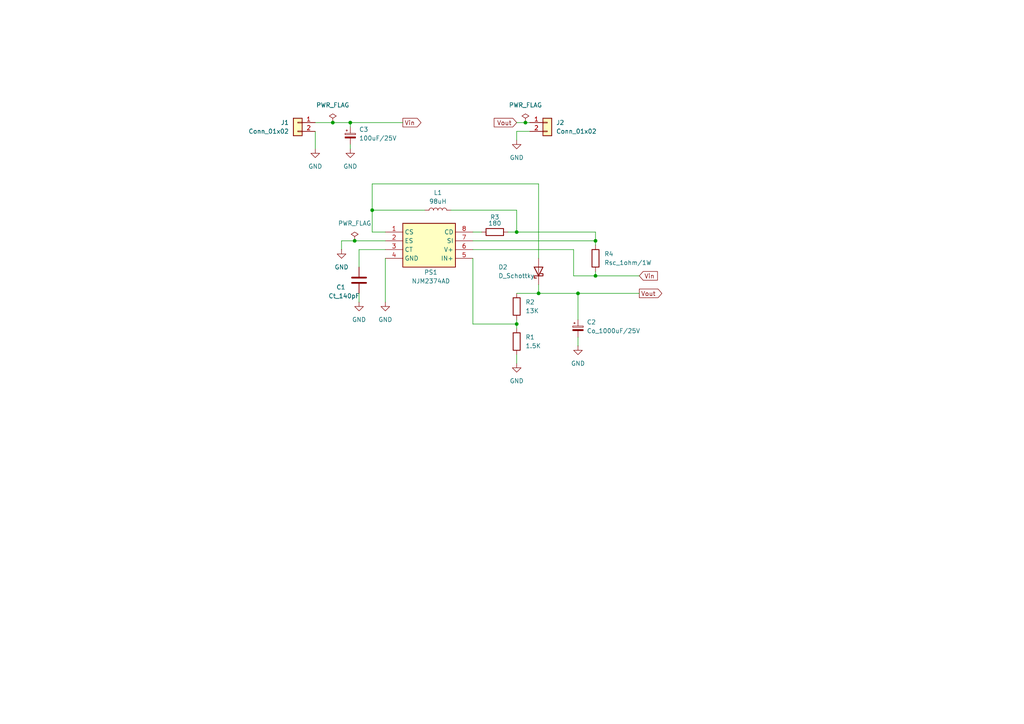
<source format=kicad_sch>
(kicad_sch (version 20231120) (generator "eeschema") (generator_version "8.0")
  (paper "A4")
  (lib_symbols
    (symbol "Connector_Generic:Conn_01x02" (pin_names (offset 1.016) hide)
      (property "Reference" "J" (at 0 2.54 0))
      (property "Value" "Conn_01x02" (at 0 -5.08 0))
      (symbol "Conn_01x02_1_1"
        (rectangle (start -1.27 -2.413) (end 0 -2.667) (stroke (width 0.1524)))
        (rectangle (start -1.27 0.127) (end 0 -0.127) (stroke (width 0.1524)))
        (rectangle (start -1.27 1.27) (end 1.27 -3.81) (stroke (width 0.254)) (fill (type background)))
        (pin passive line (at -5.08 0 0) (length 3.81) (name "Pin_1") (number "1"))
        (pin passive line (at -5.08 -2.54 0) (length 3.81) (name "Pin_2") (number "2"))
      )
    )
    (symbol "Device:C" (pin_numbers hide) (pin_names (offset 0.254))
      (property "Reference" "C" (at 0.635 2.54 0))
      (property "Value" "C" (at 0.635 -2.54 0))
      (symbol "C_0_1"
        (polyline (pts (xy -2.032 -0.762) (xy 2.032 -0.762)) (stroke (width 0.508)))
        (polyline (pts (xy -2.032 0.762) (xy 2.032 0.762)) (stroke (width 0.508)))
      )
      (symbol "C_1_1"
        (pin passive line (at 0 3.81 270) (length 2.794) (name "~") (number "1"))
        (pin passive line (at 0 -3.81 90) (length 2.794) (name "~") (number "2"))
      )
    )
    (symbol "Device:C_Polarized_Small" (pin_numbers hide) (pin_names (offset 0.254) hide)
      (property "Reference" "C" (at 0.254 1.778 0))
      (property "Value" "C_Polarized_Small" (at 0.254 -2.032 0))
      (symbol "C_Polarized_Small_0_1"
        (rectangle (start -1.524 -0.3048) (end 1.524 -0.6858) (fill (type outline)))
        (rectangle (start -1.524 0.6858) (end 1.524 0.3048))
        (polyline (pts (xy -1.27 1.524) (xy -0.762 1.524)))
        (polyline (pts (xy -1.016 1.27) (xy -1.016 1.778)))
      )
      (symbol "C_Polarized_Small_1_1"
        (pin passive line (at 0 2.54 270) (length 1.8542) (name "~") (number "1"))
        (pin passive line (at 0 -2.54 90) (length 1.8542) (name "~") (number "2"))
      )
    )
    (symbol "Device:D_Schottky" (pin_numbers hide) (pin_names (offset 1.016) hide)
      (property "Reference" "D" (at 0 2.54 0))
      (property "Value" "D_Schottky" (at 0 -2.54 0))
      (symbol "D_Schottky_0_1"
        (polyline (pts (xy 1.27 0) (xy -1.27 0)))
        (polyline (pts (xy 1.27 1.27) (xy 1.27 -1.27) (xy -1.27 0) (xy 1.27 1.27)) (stroke (width 0.254)))
        (polyline (pts (xy -1.905 0.635) (xy -1.905 1.27) (xy -1.27 1.27) (xy -1.27 -1.27) (xy -0.635 -1.27) (xy -0.635 -0.635)) (stroke (width 0.254)))
      )
      (symbol "D_Schottky_1_1"
        (pin passive line (at -3.81 0 0) (length 2.54) (name "K") (number "1"))
        (pin passive line (at 3.81 0 180) (length 2.54) (name "A") (number "2"))
      )
    )
    (symbol "Device:L" (pin_numbers hide) (pin_names (offset 1.016) hide)
      (property "Reference" "L" (at -1.27 0 90))
      (property "Value" "L" (at 1.905 0 90))
      (symbol "L_0_1"
        (arc (start 0 -2.54) (mid 0.6323 -1.905) (end 0 -1.27))
        (arc (start 0 -1.27) (mid 0.6323 -0.635) (end 0 0))
        (arc (start 0 0) (mid 0.6323 0.635) (end 0 1.27))
        (arc (start 0 1.27) (mid 0.6323 1.905) (end 0 2.54))
      )
      (symbol "L_1_1"
        (pin passive line (at 0 3.81 270) (length 1.27) (name "1") (number "1"))
        (pin passive line (at 0 -3.81 90) (length 1.27) (name "2") (number "2"))
      )
    )
    (symbol "Device:R" (pin_numbers hide) (pin_names (offset 0))
      (property "Reference" "R" (at 2.032 0 90))
      (property "Value" "R" (at 0 0 90))
      (symbol "R_0_1"
        (rectangle (start -1.016 -2.54) (end 1.016 2.54) (stroke (width 0.254)))
      )
      (symbol "R_1_1"
        (pin passive line (at 0 3.81 270) (length 1.27) (name "~") (number "1"))
        (pin passive line (at 0 -3.81 90) (length 1.27) (name "~") (number "2"))
      )
    )
    (symbol "SamacSys_Parts:NJM2374AD"
      (property "Reference" "PS" (at 21.59 7.62 0))
      (property "Value" "NJM2374AD" (at 21.59 5.08 0))
      (symbol "NJM2374AD_1_1"
        (rectangle (start 5.08 2.54) (end 20.32 -10.16) (stroke (width 0.254)) (fill (type background)))
        (pin passive line (at 0 0 0) (length 5.08) (name "CS") (number "1"))
        (pin passive line (at 0 -2.54 0) (length 5.08) (name "ES") (number "2"))
        (pin passive line (at 0 -5.08 0) (length 5.08) (name "CT") (number "3"))
        (pin power_in line (at 0 -7.62 0) (length 5.08) (name "GND") (number "4"))
        (pin passive line (at 25.4 -7.62 180) (length 5.08) (name "IN+") (number "5"))
        (pin power_in line (at 25.4 -5.08 180) (length 5.08) (name "V+") (number "6"))
        (pin passive line (at 25.4 -2.54 180) (length 5.08) (name "SI") (number "7"))
        (pin passive line (at 25.4 0 180) (length 5.08) (name "CD") (number "8"))
      )
    )
    (symbol "power:GND" (power) (pin_numbers hide) (pin_names (offset 0) hide)
      (property "Value" "GND" (at 0 -3.81 0))
      (symbol "GND_0_1"
        (polyline (pts (xy 0 0) (xy 0 -1.27) (xy 1.27 -1.27) (xy 0 -2.54) (xy -1.27 -1.27) (xy 0 -1.27)))
      )
      (symbol "GND_1_1"
        (pin power_in line (at 0 0 270) (length 0) (name "~") (number "1"))
      )
    )
    (symbol "power:PWR_FLAG" (power) (pin_numbers hide) (pin_names (offset 0) hide)
      (property "Value" "PWR_FLAG" (at 0 3.81 0))
      (symbol "PWR_FLAG_0_0"
        (pin power_out line (at 0 0 90) (length 0) (name "~") (number "1"))
      )
      (symbol "PWR_FLAG_0_1"
        (polyline (pts (xy 0 0) (xy 0 1.27) (xy -1.016 1.905) (xy 0 2.54) (xy 1.016 1.905) (xy 0 1.27)))
      )
    )
  )
  (junction (at 167.64 85.09))
  (junction (at 96.52 35.56))
  (junction (at 172.72 80.01))
  (junction (at 149.86 67.31))
  (junction (at 102.87 69.85))
  (junction (at 156.21 85.09))
  (junction (at 107.95 60.96))
  (junction (at 149.86 93.98))
  (junction (at 101.6 35.56))
  (junction (at 172.72 69.85))
  (junction (at 152.4 35.56))
  (wire (pts (xy 130.81 60.96) (xy 149.86 60.96)))
  (wire (pts (xy 172.72 69.85) (xy 137.16 69.85)))
  (wire (pts (xy 167.64 85.09) (xy 167.64 92.71)))
  (wire (pts (xy 91.44 35.56) (xy 96.52 35.56)))
  (wire (pts (xy 172.72 78.74) (xy 172.72 80.01)))
  (wire (pts (xy 104.14 85.09) (xy 104.14 87.63)))
  (wire (pts (xy 91.44 38.1) (xy 91.44 43.18)))
  (wire (pts (xy 104.14 72.39) (xy 104.14 77.47)))
  (wire (pts (xy 147.32 67.31) (xy 149.86 67.31)))
  (wire (pts (xy 123.19 60.96) (xy 107.95 60.96)))
  (wire (pts (xy 149.86 38.1) (xy 149.86 40.64)))
  (wire (pts (xy 111.76 72.39) (xy 104.14 72.39)))
  (wire (pts (xy 111.76 69.85) (xy 102.87 69.85)))
  (wire (pts (xy 107.95 60.96) (xy 107.95 67.31)))
  (wire (pts (xy 166.37 72.39) (xy 166.37 80.01)))
  (wire (pts (xy 153.67 38.1) (xy 149.86 38.1)))
  (wire (pts (xy 156.21 53.34) (xy 107.95 53.34)))
  (wire (pts (xy 149.86 85.09) (xy 156.21 85.09)))
  (wire (pts (xy 139.7 67.31) (xy 137.16 67.31)))
  (wire (pts (xy 167.64 97.79) (xy 167.64 100.33)))
  (wire (pts (xy 149.86 92.71) (xy 149.86 93.98)))
  (wire (pts (xy 166.37 80.01) (xy 172.72 80.01)))
  (wire (pts (xy 152.4 35.56) (xy 153.67 35.56)))
  (wire (pts (xy 172.72 71.12) (xy 172.72 69.85)))
  (wire (pts (xy 172.72 69.85) (xy 172.72 67.31)))
  (wire (pts (xy 172.72 80.01) (xy 185.42 80.01)))
  (wire (pts (xy 101.6 36.83) (xy 101.6 35.56)))
  (wire (pts (xy 156.21 82.55) (xy 156.21 85.09)))
  (wire (pts (xy 101.6 35.56) (xy 116.84 35.56)))
  (wire (pts (xy 107.95 67.31) (xy 111.76 67.31)))
  (wire (pts (xy 137.16 93.98) (xy 149.86 93.98)))
  (wire (pts (xy 149.86 67.31) (xy 149.86 60.96)))
  (wire (pts (xy 156.21 74.93) (xy 156.21 53.34)))
  (wire (pts (xy 137.16 72.39) (xy 166.37 72.39)))
  (wire (pts (xy 99.06 69.85) (xy 99.06 72.39)))
  (wire (pts (xy 167.64 85.09) (xy 185.42 85.09)))
  (wire (pts (xy 156.21 85.09) (xy 167.64 85.09)))
  (wire (pts (xy 111.76 74.93) (xy 111.76 87.63)))
  (wire (pts (xy 107.95 53.34) (xy 107.95 60.96)))
  (wire (pts (xy 149.86 102.87) (xy 149.86 105.41)))
  (wire (pts (xy 96.52 35.56) (xy 101.6 35.56)))
  (wire (pts (xy 149.86 93.98) (xy 149.86 95.25)))
  (wire (pts (xy 172.72 67.31) (xy 149.86 67.31)))
  (wire (pts (xy 102.87 69.85) (xy 99.06 69.85)))
  (wire (pts (xy 137.16 93.98) (xy 137.16 74.93)))
  (wire (pts (xy 149.86 35.56) (xy 152.4 35.56)))
  (wire (pts (xy 101.6 41.91) (xy 101.6 43.18)))
  (global_label "Vout" (shape output) (at 185.42 85.09 0) (property "Intersheetrefs" "${INTERSHEET_REFS}" (effects (hide yes))))
  (global_label "Vin" (shape input) (at 185.42 80.01 0) (property "Intersheetrefs" "${INTERSHEET_REFS}" (effects (hide yes))))
  (global_label "Vout" (shape input) (at 149.86 35.56 180) (property "Intersheetrefs" "${INTERSHEET_REFS}" (effects (hide yes))))
  (global_label "Vin" (shape output) (at 116.84 35.56 0) (property "Intersheetrefs" "${INTERSHEET_REFS}" (effects (hide yes))))
  (symbol (lib_id "Device:C") (at 104.14 81.28 180) (unit 1)
    (property "Reference" "C1" (at 97.536 83.312 0) (effects (justify right)))
    (property "Value" "Ct_140pF" (at 95.25 85.852 0) (effects (justify right)))
    (property "Footprint" "Capacitor_THT:C_Disc_D7.5mm_W2.5mm_P5.00mm" (effects (hide yes)))
    (property "Description" "Unpolarized capacitor" (effects (hide yes)))
  )
  (symbol (lib_id "power:GND") (at 99.06 72.39 0) (unit 1)
    (property "Reference" "#PWR01" (effects (hide yes)))
    (property "Value" "GND" (at 99.06 77.47 0))
    (property "Description" "Power symbol creates a global label with name \"GND\" , ground" (effects (hide yes)))
  )
  (symbol (lib_id "power:PWR_FLAG") (at 96.52 35.56 0) (unit 1)
    (property "Reference" "#FLG03" (effects (hide yes)))
    (property "Value" "PWR_FLAG" (at 96.52 30.48 0))
    (property "Description" "Special symbol for telling ERC where power comes from" (effects (hide yes)))
  )
  (symbol (lib_id "Device:R") (at 143.51 67.31 90) (unit 1)
    (property "Reference" "R3" (at 143.51 62.992 90))
    (property "Value" "180" (at 143.51 64.77 90))
    (property "Footprint" "Resistor_THT:R_Axial_DIN0207_L6.3mm_D2.5mm_P10.16mm_Horizontal" (effects (hide yes)))
    (property "Description" "Resistor" (effects (hide yes)))
  )
  (symbol (lib_id "Connector_Generic:Conn_01x02") (at 86.36 35.56 0) (mirror y) (unit 1)
    (property "Reference" "J1" (at 83.82 35.5599 0) (effects (justify left)))
    (property "Value" "Conn_01x02" (at 83.82 38.0999 0) (effects (justify left)))
    (property "Footprint" "Connector_PinHeader_2.54mm:PinHeader_1x02_P2.54mm_Vertical" (effects (hide yes)))
    (property "Description" "Generic connector, single row, 01x02, script generated (kicad-library-utils/schlib/autogen/connector/)" (effects (hide yes)))
  )
  (symbol (lib_id "Device:C_Polarized_Small") (at 167.64 95.25 0) (unit 1)
    (property "Reference" "C2" (at 170.18 93.4338 0) (effects (justify left)))
    (property "Value" "Co_1000uF/25V" (at 170.18 95.9738 0) (effects (justify left)))
    (property "Footprint" "Capacitor_THT:CP_Radial_D5.0mm_P2.50mm" (effects (hide yes)))
    (property "Description" "Polarized capacitor, small symbol" (effects (hide yes)))
  )
  (symbol (lib_id "power:GND") (at 104.14 87.63 0) (unit 1)
    (property "Reference" "#PWR03" (effects (hide yes)))
    (property "Value" "GND" (at 104.14 92.71 0))
    (property "Description" "Power symbol creates a global label with name \"GND\" , ground" (effects (hide yes)))
  )
  (symbol (lib_id "Device:D_Schottky") (at 156.21 78.74 90) (unit 1)
    (property "Reference" "D2" (at 144.526 77.47 90) (effects (justify right)))
    (property "Value" "D_Schottky" (at 144.526 80.01 90) (effects (justify right)))
    (property "Footprint" "Diode_THT:D_DO-41_SOD81_P7.62mm_Horizontal" (effects (hide yes)))
    (property "Description" "Schottky diode" (effects (hide yes)))
  )
  (symbol (lib_id "Device:R") (at 172.72 74.93 0) (unit 1)
    (property "Reference" "R4" (at 175.26 73.6599 0) (effects (justify left)))
    (property "Value" "Rsc_1ohm/1W" (at 175.26 76.1999 0) (effects (justify left)))
    (property "Footprint" "Resistor_THT:R_Axial_DIN0309_L9.0mm_D3.2mm_P12.70mm_Horizontal" (effects (hide yes)))
    (property "Description" "Resistor" (effects (hide yes)))
  )
  (symbol (lib_id "power:GND") (at 111.76 87.63 0) (unit 1)
    (property "Reference" "#PWR02" (effects (hide yes)))
    (property "Value" "GND" (at 111.76 92.71 0))
    (property "Description" "Power symbol creates a global label with name \"GND\" , ground" (effects (hide yes)))
  )
  (symbol (lib_id "power:GND") (at 101.6 43.18 0) (unit 1)
    (property "Reference" "#PWR07" (effects (hide yes)))
    (property "Value" "GND" (at 101.6 48.26 0))
    (property "Description" "Power symbol creates a global label with name \"GND\" , ground" (effects (hide yes)))
  )
  (symbol (lib_id "Device:R") (at 149.86 99.06 0) (unit 1)
    (property "Reference" "R1" (at 152.4 97.7899 0) (effects (justify left)))
    (property "Value" "1.5K" (at 152.4 100.3299 0) (effects (justify left)))
    (property "Footprint" "Resistor_THT:R_Axial_DIN0207_L6.3mm_D2.5mm_P10.16mm_Horizontal" (effects (hide yes)))
    (property "Description" "Resistor" (effects (hide yes)))
  )
  (symbol (lib_id "power:GND") (at 149.86 40.64 0) (unit 1)
    (property "Reference" "#PWR08" (effects (hide yes)))
    (property "Value" "GND" (at 149.86 45.72 0))
    (property "Description" "Power symbol creates a global label with name \"GND\" , ground" (effects (hide yes)))
  )
  (symbol (lib_id "Device:R") (at 149.86 88.9 0) (unit 1)
    (property "Reference" "R2" (at 152.4 87.6299 0) (effects (justify left)))
    (property "Value" "13K" (at 152.4 90.1699 0) (effects (justify left)))
    (property "Footprint" "Resistor_THT:R_Axial_DIN0207_L6.3mm_D2.5mm_P10.16mm_Horizontal" (effects (hide yes)))
    (property "Description" "Resistor" (effects (hide yes)))
  )
  (symbol (lib_id "SamacSys_Parts:NJM2374AD") (at 111.76 67.31 0) (unit 1)
    (property "Reference" "PS1" (at 124.968 78.994 0))
    (property "Value" "NJM2374AD" (at 124.968 81.534 0))
    (property "Footprint" "Package_DIP:DIP-8_W7.62mm_LongPads" (effects (hide yes)))
    (property "Datasheet" "https://componentsearchengine.com/Datasheets/1/NJM2374AD.pdf" (effects (hide yes)))
    (property "Description" "Switching Voltage Regulators PWM DC/DC" (effects (hide yes)))
    (property "Height" "4.25" (effects (hide yes)))
    (property "Manufacturer_Name" "New Japan Radio" (effects (hide yes)))
    (property "Manufacturer_Part_Number" "NJM2374AD" (effects (hide yes)))
    (property "Mouser Part Number" "513-NJM2374AD" (effects (hide yes)))
    (property "Mouser Price/Stock" "https://www.mouser.com/Search/Refine.aspx?Keyword=513-NJM2374AD" (effects (hide yes)))
  )
  (symbol (lib_id "power:PWR_FLAG") (at 102.87 69.85 0) (unit 1)
    (property "Reference" "#FLG02" (effects (hide yes)))
    (property "Value" "PWR_FLAG" (at 102.87 64.77 0))
    (property "Description" "Special symbol for telling ERC where power comes from" (effects (hide yes)))
  )
  (symbol (lib_id "Device:C_Polarized_Small") (at 101.6 39.37 0) (unit 1)
    (property "Reference" "C3" (at 104.14 37.5538 0) (effects (justify left)))
    (property "Value" "100uF/25V" (at 104.14 40.0938 0) (effects (justify left)))
    (property "Footprint" "Capacitor_THT:CP_Radial_D5.0mm_P2.50mm" (effects (hide yes)))
    (property "Description" "Polarized capacitor, small symbol" (effects (hide yes)))
  )
  (symbol (lib_id "power:GND") (at 91.44 43.18 0) (unit 1)
    (property "Reference" "#PWR06" (effects (hide yes)))
    (property "Value" "GND" (at 91.44 48.26 0))
    (property "Description" "Power symbol creates a global label with name \"GND\" , ground" (effects (hide yes)))
  )
  (symbol (lib_id "Device:L") (at 127 60.96 90) (unit 1)
    (property "Reference" "L1" (at 127 55.88 90))
    (property "Value" "98uH" (at 127 58.42 90))
    (property "Footprint" "Inductor_THT:L_Radial_D9.5mm_P5.00mm_Fastron_07HVP" (effects (hide yes)))
    (property "Description" "Inductor" (effects (hide yes)))
  )
  (symbol (lib_id "power:PWR_FLAG") (at 152.4 35.56 0) (unit 1)
    (property "Reference" "#FLG01" (effects (hide yes)))
    (property "Value" "PWR_FLAG" (at 152.4 30.48 0))
    (property "Description" "Special symbol for telling ERC where power comes from" (effects (hide yes)))
  )
  (symbol (lib_id "power:GND") (at 167.64 100.33 0) (unit 1)
    (property "Reference" "#PWR05" (effects (hide yes)))
    (property "Value" "GND" (at 167.64 105.41 0))
    (property "Description" "Power symbol creates a global label with name \"GND\" , ground" (effects (hide yes)))
  )
  (symbol (lib_id "power:GND") (at 149.86 105.41 0) (unit 1)
    (property "Reference" "#PWR04" (effects (hide yes)))
    (property "Value" "GND" (at 149.86 110.49 0))
    (property "Description" "Power symbol creates a global label with name \"GND\" , ground" (effects (hide yes)))
  )
  (symbol (lib_id "Connector_Generic:Conn_01x02") (at 158.75 35.56 0) (unit 1)
    (property "Reference" "J2" (at 161.29 35.5599 0) (effects (justify left)))
    (property "Value" "Conn_01x02" (at 161.29 38.0999 0) (effects (justify left)))
    (property "Footprint" "Connector_PinHeader_2.54mm:PinHeader_1x02_P2.54mm_Vertical" (effects (hide yes)))
    (property "Description" "Generic connector, single row, 01x02, script generated (kicad-library-utils/schlib/autogen/connector/)" (effects (hide yes)))
  )
)
</source>
